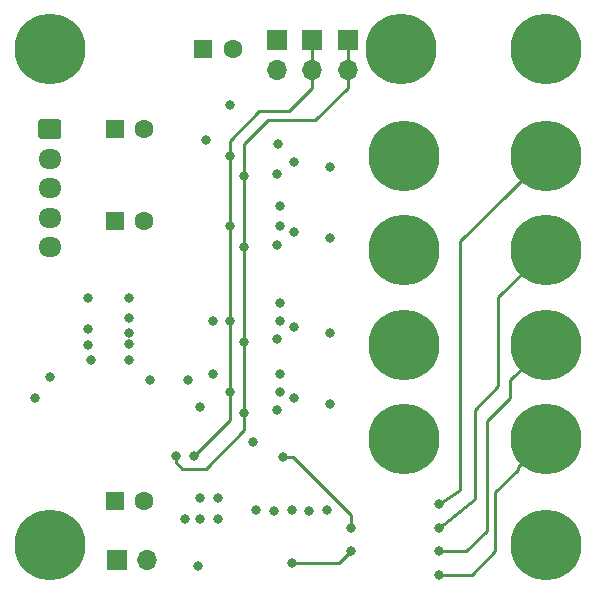
<source format=gbr>
%TF.GenerationSoftware,KiCad,Pcbnew,(5.1.6)-1*%
%TF.CreationDate,2021-10-10T19:01:51-07:00*%
%TF.ProjectId,PV Panel Monitor,50562050-616e-4656-9c20-4d6f6e69746f,rev?*%
%TF.SameCoordinates,Original*%
%TF.FileFunction,Copper,L4,Bot*%
%TF.FilePolarity,Positive*%
%FSLAX46Y46*%
G04 Gerber Fmt 4.6, Leading zero omitted, Abs format (unit mm)*
G04 Created by KiCad (PCBNEW (5.1.6)-1) date 2021-10-10 19:01:51*
%MOMM*%
%LPD*%
G01*
G04 APERTURE LIST*
%TA.AperFunction,ComponentPad*%
%ADD10O,1.700000X1.700000*%
%TD*%
%TA.AperFunction,ComponentPad*%
%ADD11R,1.700000X1.700000*%
%TD*%
%TA.AperFunction,ComponentPad*%
%ADD12O,1.950000X1.700000*%
%TD*%
%TA.AperFunction,ComponentPad*%
%ADD13C,1.600000*%
%TD*%
%TA.AperFunction,ComponentPad*%
%ADD14R,1.600000X1.600000*%
%TD*%
%TA.AperFunction,ComponentPad*%
%ADD15C,6.000000*%
%TD*%
%TA.AperFunction,ComponentPad*%
%ADD16C,0.800000*%
%TD*%
%TA.AperFunction,ViaPad*%
%ADD17C,0.800000*%
%TD*%
%TA.AperFunction,Conductor*%
%ADD18C,0.250000*%
%TD*%
G04 APERTURE END LIST*
D10*
%TO.P,TP4,2*%
%TO.N,+5VA*%
X62250000Y-97250000D03*
D11*
%TO.P,TP4,1*%
X59710000Y-97250000D03*
%TD*%
D10*
%TO.P,TP3,2*%
%TO.N,/SDA*%
X76250000Y-55790000D03*
D11*
%TO.P,TP3,1*%
X76250000Y-53250000D03*
%TD*%
D10*
%TO.P,TP2,2*%
%TO.N,/SCL*%
X79250000Y-55790000D03*
D11*
%TO.P,TP2,1*%
X79250000Y-53250000D03*
%TD*%
D10*
%TO.P,TP1,2*%
%TO.N,GNDA*%
X73250000Y-55790000D03*
D11*
%TO.P,TP1,1*%
X73250000Y-53250000D03*
%TD*%
D12*
%TO.P,J1,5*%
%TO.N,GND*%
X54000000Y-70750000D03*
%TO.P,J1,4*%
%TO.N,Net-(J1-Pad4)*%
X54000000Y-68250000D03*
%TO.P,J1,3*%
%TO.N,Net-(J1-Pad3)*%
X54000000Y-65750000D03*
%TO.P,J1,2*%
%TO.N,VBUS*%
X54000000Y-63250000D03*
%TO.P,J1,1*%
%TO.N,+5V*%
%TA.AperFunction,ComponentPad*%
G36*
G01*
X53275000Y-59900000D02*
X54725000Y-59900000D01*
G75*
G02*
X54975000Y-60150000I0J-250000D01*
G01*
X54975000Y-61350000D01*
G75*
G02*
X54725000Y-61600000I-250000J0D01*
G01*
X53275000Y-61600000D01*
G75*
G02*
X53025000Y-61350000I0J250000D01*
G01*
X53025000Y-60150000D01*
G75*
G02*
X53275000Y-59900000I250000J0D01*
G01*
G37*
%TD.AperFunction*%
%TD*%
D13*
%TO.P,C22,2*%
%TO.N,GND*%
X62000000Y-68500000D03*
D14*
%TO.P,C22,1*%
%TO.N,VBUS*%
X59500000Y-68500000D03*
%TD*%
D13*
%TO.P,C15,2*%
%TO.N,GND*%
X62000000Y-60750000D03*
D14*
%TO.P,C15,1*%
%TO.N,+5V*%
X59500000Y-60750000D03*
%TD*%
D15*
%TO.P,H4,1*%
%TO.N,N/C*%
X54000000Y-96000000D03*
D16*
X56250000Y-96000000D03*
X55590990Y-97590990D03*
X54000000Y-98250000D03*
X52409010Y-97590990D03*
X51750000Y-96000000D03*
X52409010Y-94409010D03*
X54000000Y-93750000D03*
X55590990Y-94409010D03*
%TD*%
D15*
%TO.P,H3,1*%
%TO.N,N/C*%
X96000000Y-54000000D03*
D16*
X98250000Y-54000000D03*
X97590990Y-55590990D03*
X96000000Y-56250000D03*
X94409010Y-55590990D03*
X93750000Y-54000000D03*
X94409010Y-52409010D03*
X96000000Y-51750000D03*
X97590990Y-52409010D03*
%TD*%
D15*
%TO.P,H2,1*%
%TO.N,N/C*%
X54000000Y-54000000D03*
D16*
X56250000Y-54000000D03*
X55590990Y-55590990D03*
X54000000Y-56250000D03*
X52409010Y-55590990D03*
X51750000Y-54000000D03*
X52409010Y-52409010D03*
X54000000Y-51750000D03*
X55590990Y-52409010D03*
%TD*%
D15*
%TO.P,H1,1*%
%TO.N,N/C*%
X96000000Y-96000000D03*
D16*
X98250000Y-96000000D03*
X97590990Y-97590990D03*
X96000000Y-98250000D03*
X94409010Y-97590990D03*
X93750000Y-96000000D03*
X94409010Y-94409010D03*
X96000000Y-93750000D03*
X97590990Y-94409010D03*
%TD*%
%TO.P,Gnd1,1*%
%TO.N,GNDA*%
X85340990Y-52409010D03*
X83750000Y-51750000D03*
X82159010Y-52409010D03*
X81500000Y-54000000D03*
X82159010Y-55590990D03*
X83750000Y-56250000D03*
X85340990Y-55590990D03*
X86000000Y-54000000D03*
D15*
X83750000Y-54000000D03*
%TD*%
D13*
%TO.P,C6,2*%
%TO.N,GNDA*%
X62000000Y-92250000D03*
D14*
%TO.P,C6,1*%
%TO.N,+5VA*%
X59500000Y-92250000D03*
%TD*%
D13*
%TO.P,C5,2*%
%TO.N,GNDA*%
X69500000Y-54000000D03*
D14*
%TO.P,C5,1*%
%TO.N,+5VA*%
X67000000Y-54000000D03*
%TD*%
D16*
%TO.P,S4_Lo1,1*%
%TO.N,Net-(R4-Pad1)*%
X85590990Y-85409010D03*
X84000000Y-84750000D03*
X82409010Y-85409010D03*
X81750000Y-87000000D03*
X82409010Y-88590990D03*
X84000000Y-89250000D03*
X85590990Y-88590990D03*
X86250000Y-87000000D03*
D15*
X84000000Y-87000000D03*
%TD*%
D16*
%TO.P,S4_Hi1,1*%
%TO.N,Net-(R4-Pad4)*%
X97590990Y-85409010D03*
X96000000Y-84750000D03*
X94409010Y-85409010D03*
X93750000Y-87000000D03*
X94409010Y-88590990D03*
X96000000Y-89250000D03*
X97590990Y-88590990D03*
X98250000Y-87000000D03*
D15*
X96000000Y-87000000D03*
%TD*%
D16*
%TO.P,S3_Lo1,1*%
%TO.N,Net-(R3-Pad1)*%
X85590990Y-77409010D03*
X84000000Y-76750000D03*
X82409010Y-77409010D03*
X81750000Y-79000000D03*
X82409010Y-80590990D03*
X84000000Y-81250000D03*
X85590990Y-80590990D03*
X86250000Y-79000000D03*
D15*
X84000000Y-79000000D03*
%TD*%
D16*
%TO.P,S3_Hi1,1*%
%TO.N,Net-(R3-Pad4)*%
X97590990Y-77409010D03*
X96000000Y-76750000D03*
X94409010Y-77409010D03*
X93750000Y-79000000D03*
X94409010Y-80590990D03*
X96000000Y-81250000D03*
X97590990Y-80590990D03*
X98250000Y-79000000D03*
D15*
X96000000Y-79000000D03*
%TD*%
D16*
%TO.P,S2_Lo1,1*%
%TO.N,Net-(R2-Pad1)*%
X85590990Y-69409010D03*
X84000000Y-68750000D03*
X82409010Y-69409010D03*
X81750000Y-71000000D03*
X82409010Y-72590990D03*
X84000000Y-73250000D03*
X85590990Y-72590990D03*
X86250000Y-71000000D03*
D15*
X84000000Y-71000000D03*
%TD*%
D16*
%TO.P,S2_Hi1,1*%
%TO.N,Net-(R2-Pad4)*%
X97590990Y-69409010D03*
X96000000Y-68750000D03*
X94409010Y-69409010D03*
X93750000Y-71000000D03*
X94409010Y-72590990D03*
X96000000Y-73250000D03*
X97590990Y-72590990D03*
X98250000Y-71000000D03*
D15*
X96000000Y-71000000D03*
%TD*%
D16*
%TO.P,S1_Lo1,1*%
%TO.N,Net-(R1-Pad1)*%
X85590990Y-61409010D03*
X84000000Y-60750000D03*
X82409010Y-61409010D03*
X81750000Y-63000000D03*
X82409010Y-64590990D03*
X84000000Y-65250000D03*
X85590990Y-64590990D03*
X86250000Y-63000000D03*
D15*
X84000000Y-63000000D03*
%TD*%
D16*
%TO.P,S1_Hi1,1*%
%TO.N,Net-(R1-Pad4)*%
X97590990Y-61409010D03*
X96000000Y-60750000D03*
X94409010Y-61409010D03*
X93750000Y-63000000D03*
X94409010Y-64590990D03*
X96000000Y-65250000D03*
X97590990Y-64590990D03*
X98250000Y-63000000D03*
D15*
X96000000Y-63000000D03*
%TD*%
D17*
%TO.N,GND*%
X52775000Y-83500000D03*
X57250000Y-79000000D03*
X57250000Y-77675000D03*
X57250000Y-75075000D03*
X54000000Y-81750000D03*
%TO.N,Net-(R1-Pad4)*%
X87000000Y-92500000D03*
%TO.N,Net-(R2-Pad4)*%
X87000000Y-94500000D03*
%TO.N,Net-(R3-Pad4)*%
X87000000Y-96500000D03*
%TO.N,Net-(R4-Pad4)*%
X87000000Y-98500000D03*
%TO.N,Net-(C12-Pad1)*%
X74500000Y-97500000D03*
X79499990Y-96500000D03*
%TO.N,Net-(C13-Pad1)*%
X79500000Y-94500000D03*
X73750000Y-88500000D03*
%TO.N,GNDA*%
X74650000Y-63500000D03*
X73225000Y-64525000D03*
X73225000Y-78525000D03*
X73225000Y-84525000D03*
X66750000Y-84250000D03*
X71250000Y-87250000D03*
X73500000Y-77000000D03*
X74650000Y-83500000D03*
X74650000Y-77500000D03*
X73350000Y-62000000D03*
X74650000Y-69500000D03*
X67825000Y-81475000D03*
X60750000Y-75075000D03*
X60750000Y-78975000D03*
X65750000Y-82000000D03*
X62500000Y-82000000D03*
X77500000Y-93000000D03*
X76000000Y-93050000D03*
X74500000Y-93000000D03*
X73000000Y-93050000D03*
X71500000Y-93000000D03*
X60750006Y-78000000D03*
X73500000Y-67250000D03*
X65450000Y-93750000D03*
X66750000Y-93749984D03*
X68250000Y-93750000D03*
X73225000Y-70525000D03*
%TO.N,+5VA*%
X69250000Y-58700000D03*
X67250000Y-61700000D03*
X73500000Y-81500000D03*
X73500000Y-83000000D03*
X73500000Y-75500000D03*
X77750000Y-64000000D03*
X77750000Y-70000000D03*
X77750000Y-78000000D03*
X67825000Y-77025000D03*
X60750000Y-80275000D03*
X66525000Y-97725000D03*
X66750000Y-92000000D03*
X68250000Y-92000000D03*
X60750000Y-76750018D03*
X77750000Y-84000000D03*
X73500000Y-69000000D03*
%TO.N,+5V*%
X57475000Y-80275000D03*
%TO.N,/SCL*%
X70500000Y-64750000D03*
X70500000Y-70750000D03*
X70500000Y-78750000D03*
X64725000Y-88437500D03*
X70500000Y-84750000D03*
%TO.N,/SDA*%
X69250000Y-63000000D03*
X69250000Y-69000000D03*
X69250000Y-77000000D03*
X66225000Y-88437500D03*
X69250000Y-83000000D03*
%TD*%
D18*
%TO.N,Net-(R1-Pad4)*%
X92875000Y-66125000D02*
X96000000Y-63000000D01*
X87000000Y-92500000D02*
X88750000Y-91300000D01*
X88750000Y-91300000D02*
X88750000Y-70250000D01*
X88750000Y-70250000D02*
X92875000Y-66125000D01*
%TO.N,Net-(R2-Pad4)*%
X92000000Y-75000000D02*
X96000000Y-71000000D01*
X92000000Y-82500000D02*
X92000000Y-75000000D01*
X90000000Y-92050000D02*
X90000000Y-84500000D01*
X90000000Y-84500000D02*
X92000000Y-82500000D01*
X87000000Y-94500000D02*
X90000000Y-92050000D01*
%TO.N,Net-(R3-Pad4)*%
X93000000Y-83500000D02*
X93000000Y-82000000D01*
X91000000Y-85500000D02*
X93000000Y-83500000D01*
X87000000Y-96500000D02*
X89250000Y-96500000D01*
X93000000Y-82000000D02*
X96000000Y-79000000D01*
X91000000Y-94750000D02*
X91000000Y-85500000D01*
X89250000Y-96500000D02*
X91000000Y-94750000D01*
%TO.N,Net-(R4-Pad4)*%
X93625000Y-89375000D02*
X96000000Y-87000000D01*
X93625000Y-89625000D02*
X93625000Y-89375000D01*
X91750000Y-91500000D02*
X93625000Y-89625000D01*
X87000000Y-98500000D02*
X89750000Y-98500000D01*
X89750000Y-98500000D02*
X91750000Y-96500000D01*
X91750000Y-96500000D02*
X91750000Y-91500000D01*
%TO.N,Net-(C12-Pad1)*%
X78499990Y-97500000D02*
X74500000Y-97500000D01*
X79499990Y-96500000D02*
X78499990Y-97500000D01*
%TO.N,Net-(C13-Pad1)*%
X79500000Y-93434315D02*
X74565685Y-88500000D01*
X79500000Y-94500000D02*
X79500000Y-93434315D01*
X74565685Y-88500000D02*
X73750000Y-88500000D01*
%TO.N,/SCL*%
X70500000Y-64750000D02*
X70500000Y-86250000D01*
X70500000Y-86250000D02*
X67250000Y-89500000D01*
X67250000Y-89500000D02*
X65250000Y-89500000D01*
X64725000Y-88975000D02*
X64725000Y-88437500D01*
X65250000Y-89500000D02*
X64725000Y-88975000D01*
X79250000Y-55790000D02*
X79250000Y-57250000D01*
X79250000Y-57250000D02*
X76500000Y-60000000D01*
X76500000Y-60000000D02*
X72500000Y-60000000D01*
X70500000Y-62000000D02*
X70500000Y-64750000D01*
X72500000Y-60000000D02*
X70500000Y-62000000D01*
X79250000Y-55790000D02*
X79250000Y-53250000D01*
%TO.N,/SDA*%
X69250000Y-63000000D02*
X69250000Y-83000000D01*
X69250000Y-85412500D02*
X69250000Y-83000000D01*
X66225000Y-88437500D02*
X69250000Y-85412500D01*
X69250000Y-63000000D02*
X69250000Y-61750000D01*
X69250000Y-61750000D02*
X71750000Y-59250000D01*
X71750000Y-59250000D02*
X74250000Y-59250000D01*
X76250000Y-57250000D02*
X76250000Y-55790000D01*
X74250000Y-59250000D02*
X76250000Y-57250000D01*
X76250000Y-55790000D02*
X76250000Y-53250000D01*
%TD*%
M02*

</source>
